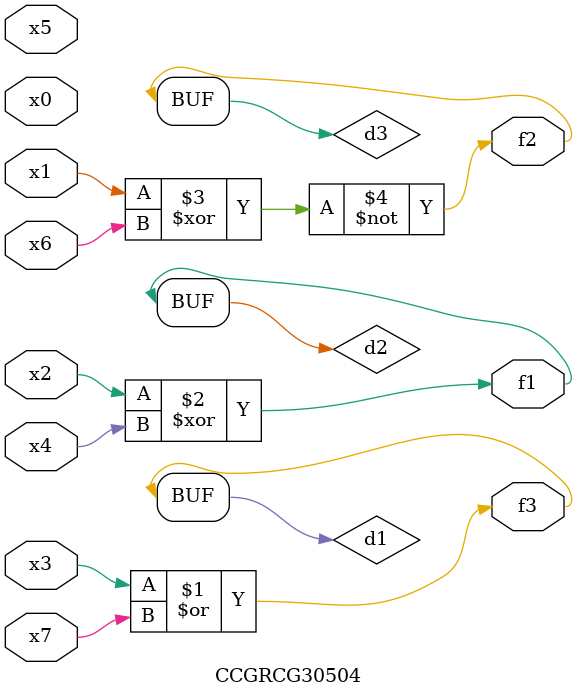
<source format=v>
module CCGRCG30504(
	input x0, x1, x2, x3, x4, x5, x6, x7,
	output f1, f2, f3
);

	wire d1, d2, d3;

	or (d1, x3, x7);
	xor (d2, x2, x4);
	xnor (d3, x1, x6);
	assign f1 = d2;
	assign f2 = d3;
	assign f3 = d1;
endmodule

</source>
